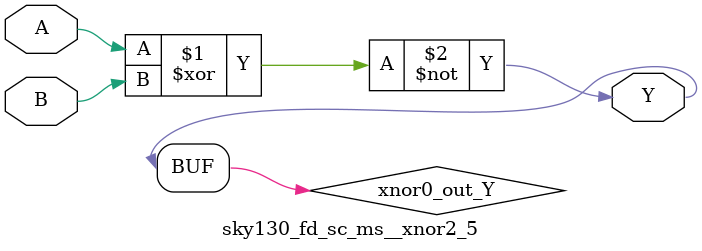
<source format=v>
module sky130_fd_sc_ms__xnor2_5 (
    Y,
    A,
    B
);
    output Y;
    input  A;
    input  B;
    wire xnor0_out_Y;
    xnor xnor0 (xnor0_out_Y, A, B           );
    buf  buf0  (Y          , xnor0_out_Y    );
endmodule
</source>
